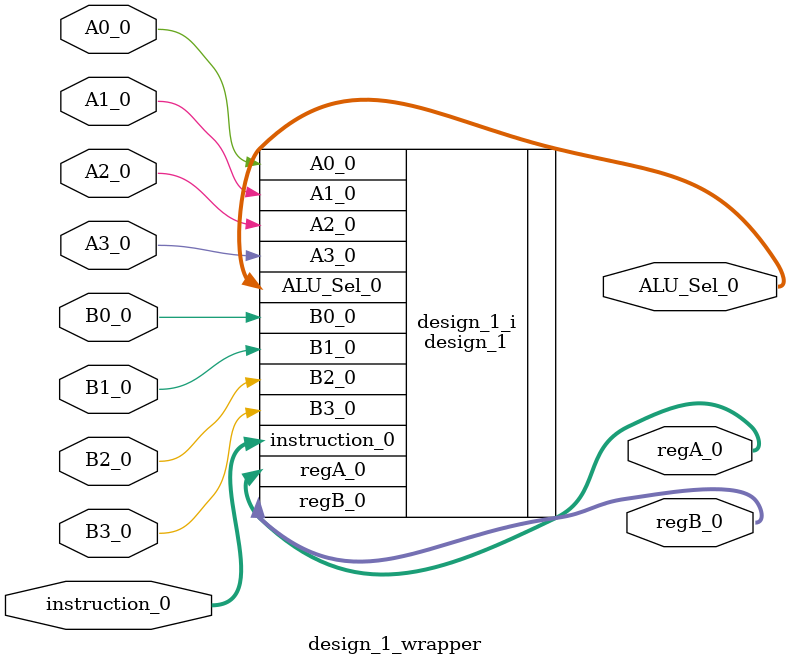
<source format=v>
`timescale 1 ps / 1 ps

module design_1_wrapper
   (A0_0,
    A1_0,
    A2_0,
    A3_0,
    ALU_Sel_0,
    B0_0,
    B1_0,
    B2_0,
    B3_0,
    instruction_0,
    regA_0,
    regB_0);
  input A0_0;
  input A1_0;
  input A2_0;
  input A3_0;
  output [3:0]ALU_Sel_0;
  input B0_0;
  input B1_0;
  input B2_0;
  input B3_0;
  input [3:0]instruction_0;
  output [3:0]regA_0;
  output [3:0]regB_0;

  wire A0_0;
  wire A1_0;
  wire A2_0;
  wire A3_0;
  wire [3:0]ALU_Sel_0;
  wire B0_0;
  wire B1_0;
  wire B2_0;
  wire B3_0;
  wire [3:0]instruction_0;
  wire [3:0]regA_0;
  wire [3:0]regB_0;

  design_1 design_1_i
       (.A0_0(A0_0),
        .A1_0(A1_0),
        .A2_0(A2_0),
        .A3_0(A3_0),
        .ALU_Sel_0(ALU_Sel_0),
        .B0_0(B0_0),
        .B1_0(B1_0),
        .B2_0(B2_0),
        .B3_0(B3_0),
        .instruction_0(instruction_0),
        .regA_0(regA_0),
        .regB_0(regB_0));
endmodule

</source>
